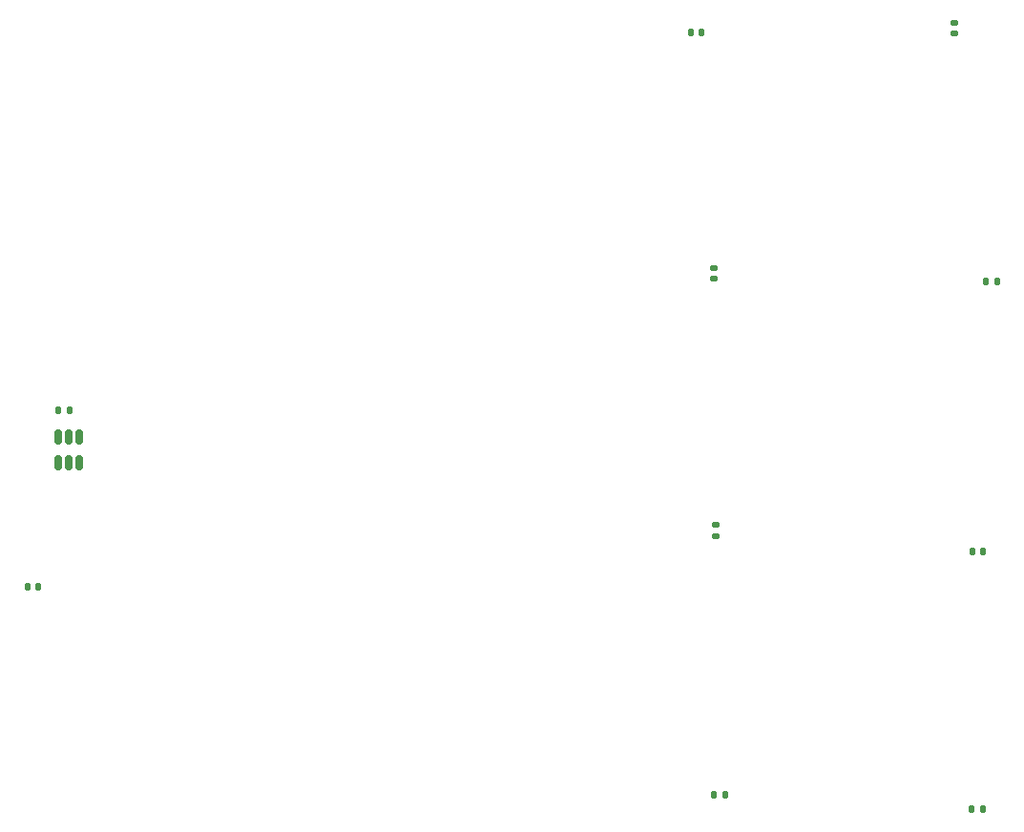
<source format=gbp>
G04 #@! TF.GenerationSoftware,KiCad,Pcbnew,(6.0.7)*
G04 #@! TF.CreationDate,2023-05-24T01:03:00-04:00*
G04 #@! TF.ProjectId,ECELab_v1,4543454c-6162-45f7-9631-2e6b69636164,rev?*
G04 #@! TF.SameCoordinates,Original*
G04 #@! TF.FileFunction,Paste,Bot*
G04 #@! TF.FilePolarity,Positive*
%FSLAX46Y46*%
G04 Gerber Fmt 4.6, Leading zero omitted, Abs format (unit mm)*
G04 Created by KiCad (PCBNEW (6.0.7)) date 2023-05-24 01:03:00*
%MOMM*%
%LPD*%
G01*
G04 APERTURE LIST*
G04 Aperture macros list*
%AMRoundRect*
0 Rectangle with rounded corners*
0 $1 Rounding radius*
0 $2 $3 $4 $5 $6 $7 $8 $9 X,Y pos of 4 corners*
0 Add a 4 corners polygon primitive as box body*
4,1,4,$2,$3,$4,$5,$6,$7,$8,$9,$2,$3,0*
0 Add four circle primitives for the rounded corners*
1,1,$1+$1,$2,$3*
1,1,$1+$1,$4,$5*
1,1,$1+$1,$6,$7*
1,1,$1+$1,$8,$9*
0 Add four rect primitives between the rounded corners*
20,1,$1+$1,$2,$3,$4,$5,0*
20,1,$1+$1,$4,$5,$6,$7,0*
20,1,$1+$1,$6,$7,$8,$9,0*
20,1,$1+$1,$8,$9,$2,$3,0*%
G04 Aperture macros list end*
%ADD10RoundRect,0.140000X-0.140000X-0.170000X0.140000X-0.170000X0.140000X0.170000X-0.140000X0.170000X0*%
%ADD11RoundRect,0.140000X-0.170000X0.140000X-0.170000X-0.140000X0.170000X-0.140000X0.170000X0.140000X0*%
%ADD12RoundRect,0.140000X0.140000X0.170000X-0.140000X0.170000X-0.140000X-0.170000X0.140000X-0.170000X0*%
%ADD13RoundRect,0.150000X-0.150000X0.512500X-0.150000X-0.512500X0.150000X-0.512500X0.150000X0.512500X0*%
%ADD14RoundRect,0.135000X-0.135000X-0.185000X0.135000X-0.185000X0.135000X0.185000X-0.135000X0.185000X0*%
G04 APERTURE END LIST*
D10*
X135638600Y-124714000D03*
X136598600Y-124714000D03*
D11*
X196550000Y-96420000D03*
X196550000Y-97380000D03*
D12*
X197507800Y-143179800D03*
X196547800Y-143179800D03*
D11*
X217875000Y-74670000D03*
X217875000Y-75630000D03*
D13*
X138343600Y-111435300D03*
X139293600Y-111435300D03*
X140243600Y-111435300D03*
X140243600Y-113710300D03*
X139293600Y-113710300D03*
X138343600Y-113710300D03*
D12*
X221655000Y-97600000D03*
X220695000Y-97600000D03*
X220367800Y-144399000D03*
X219407800Y-144399000D03*
D11*
X196672200Y-119230200D03*
X196672200Y-120190200D03*
D10*
X194495000Y-75500000D03*
X195455000Y-75500000D03*
D14*
X138351800Y-109042200D03*
X139371800Y-109042200D03*
D12*
X220393200Y-121564400D03*
X219433200Y-121564400D03*
M02*

</source>
